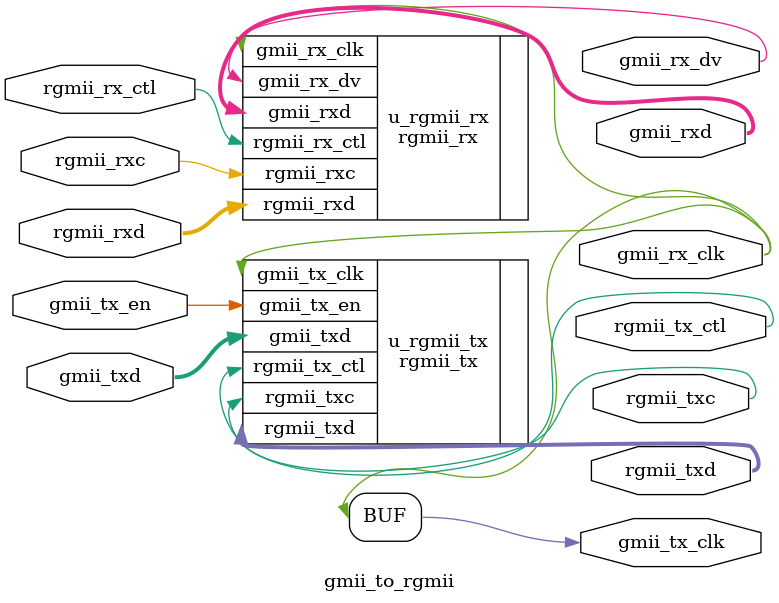
<source format=v>

module gmii_to_rgmii(
    //以太网GMII接口
    output             gmii_rx_clk     , //GMII接收时钟
    output             gmii_rx_dv      , //GMII接收数据有效信号
    output      [7:0]  gmii_rxd        , //GMII接收数据
    output             gmii_tx_clk     , //GMII发送时钟 
    input              gmii_tx_en      , //GMII发送数据使能信号
    input       [7:0]  gmii_txd        , //GMII发送数据            
    //以太网RGMII接口       
    input              rgmii_rxc       , //RGMII接收时钟
    input              rgmii_rx_ctl    , //RGMII接收数据控制信号
    input       [3:0]  rgmii_rxd       , //RGMII接收数据
    output             rgmii_txc       , //RGMII发送时钟    
    output             rgmii_tx_ctl    , //RGMII发送数据控制信号
    output      [3:0]  rgmii_txd         //RGMII发送数据          
    );

//*****************************************************
//**                    main code
//*****************************************************

assign gmii_tx_clk = gmii_rx_clk;

//RGMII接收
rgmii_rx u_rgmii_rx(
    .rgmii_rxc     (rgmii_rxc   ),
    .rgmii_rx_ctl  (rgmii_rx_ctl),
    .rgmii_rxd     (rgmii_rxd   ),
    
    .gmii_rx_dv    (gmii_rx_dv ),
    .gmii_rxd      (gmii_rxd   ),
    .gmii_rx_clk   (gmii_rx_clk)
    );

//RGMII发送
rgmii_tx u_rgmii_tx(
    .gmii_tx_clk   (gmii_tx_clk ),
    .gmii_tx_en    (gmii_tx_en  ),
    .gmii_txd      (gmii_txd    ),
              
    .rgmii_txc     (rgmii_txc   ),
    .rgmii_tx_ctl  (rgmii_tx_ctl),
    .rgmii_txd     (rgmii_txd   )
    );

endmodule
</source>
